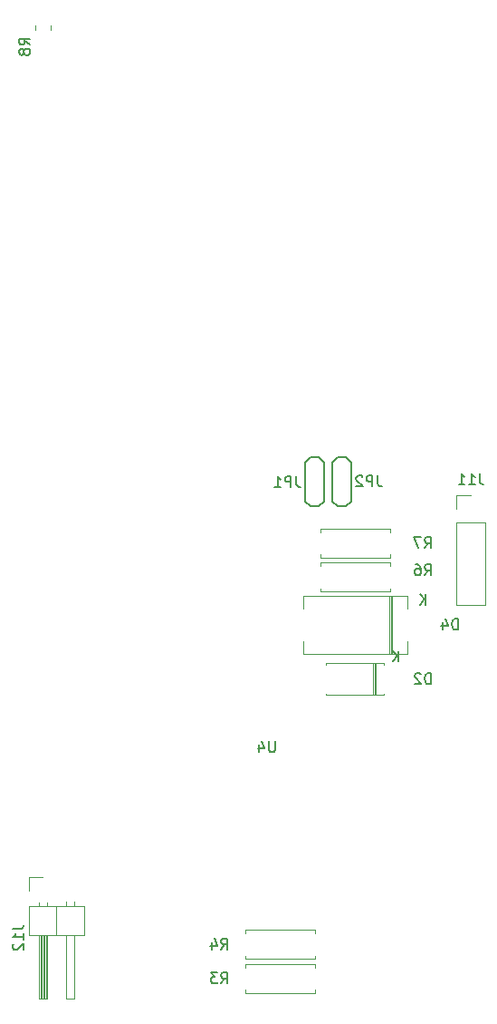
<source format=gbr>
%TF.GenerationSoftware,KiCad,Pcbnew,8.0.5*%
%TF.CreationDate,2024-11-18T20:03:28+01:00*%
%TF.ProjectId,esp32-e22,65737033-322d-4653-9232-2e6b69636164,V 2.1.2*%
%TF.SameCoordinates,Original*%
%TF.FileFunction,Legend,Bot*%
%TF.FilePolarity,Positive*%
%FSLAX46Y46*%
G04 Gerber Fmt 4.6, Leading zero omitted, Abs format (unit mm)*
G04 Created by KiCad (PCBNEW 8.0.5) date 2024-11-18 20:03:28*
%MOMM*%
%LPD*%
G01*
G04 APERTURE LIST*
%ADD10C,0.150000*%
%ADD11C,0.120000*%
G04 APERTURE END LIST*
D10*
X175998094Y-111579819D02*
X175998094Y-110579819D01*
X175998094Y-110579819D02*
X175759999Y-110579819D01*
X175759999Y-110579819D02*
X175617142Y-110627438D01*
X175617142Y-110627438D02*
X175521904Y-110722676D01*
X175521904Y-110722676D02*
X175474285Y-110817914D01*
X175474285Y-110817914D02*
X175426666Y-111008390D01*
X175426666Y-111008390D02*
X175426666Y-111151247D01*
X175426666Y-111151247D02*
X175474285Y-111341723D01*
X175474285Y-111341723D02*
X175521904Y-111436961D01*
X175521904Y-111436961D02*
X175617142Y-111532200D01*
X175617142Y-111532200D02*
X175759999Y-111579819D01*
X175759999Y-111579819D02*
X175998094Y-111579819D01*
X174569523Y-110913152D02*
X174569523Y-111579819D01*
X174807618Y-110532200D02*
X175045713Y-111246485D01*
X175045713Y-111246485D02*
X174426666Y-111246485D01*
X172981904Y-109279819D02*
X172981904Y-108279819D01*
X172410476Y-109279819D02*
X172839047Y-108708390D01*
X172410476Y-108279819D02*
X172981904Y-108851247D01*
X158876904Y-122009819D02*
X158876904Y-122819342D01*
X158876904Y-122819342D02*
X158829285Y-122914580D01*
X158829285Y-122914580D02*
X158781666Y-122962200D01*
X158781666Y-122962200D02*
X158686428Y-123009819D01*
X158686428Y-123009819D02*
X158495952Y-123009819D01*
X158495952Y-123009819D02*
X158400714Y-122962200D01*
X158400714Y-122962200D02*
X158353095Y-122914580D01*
X158353095Y-122914580D02*
X158305476Y-122819342D01*
X158305476Y-122819342D02*
X158305476Y-122009819D01*
X157400714Y-122343152D02*
X157400714Y-123009819D01*
X157638809Y-121962200D02*
X157876904Y-122676485D01*
X157876904Y-122676485D02*
X157257857Y-122676485D01*
X160853333Y-97274819D02*
X160853333Y-97989104D01*
X160853333Y-97989104D02*
X160900952Y-98131961D01*
X160900952Y-98131961D02*
X160996190Y-98227200D01*
X160996190Y-98227200D02*
X161139047Y-98274819D01*
X161139047Y-98274819D02*
X161234285Y-98274819D01*
X160377142Y-98274819D02*
X160377142Y-97274819D01*
X160377142Y-97274819D02*
X159996190Y-97274819D01*
X159996190Y-97274819D02*
X159900952Y-97322438D01*
X159900952Y-97322438D02*
X159853333Y-97370057D01*
X159853333Y-97370057D02*
X159805714Y-97465295D01*
X159805714Y-97465295D02*
X159805714Y-97608152D01*
X159805714Y-97608152D02*
X159853333Y-97703390D01*
X159853333Y-97703390D02*
X159900952Y-97751009D01*
X159900952Y-97751009D02*
X159996190Y-97798628D01*
X159996190Y-97798628D02*
X160377142Y-97798628D01*
X158853333Y-98274819D02*
X159424761Y-98274819D01*
X159139047Y-98274819D02*
X159139047Y-97274819D01*
X159139047Y-97274819D02*
X159234285Y-97417676D01*
X159234285Y-97417676D02*
X159329523Y-97512914D01*
X159329523Y-97512914D02*
X159424761Y-97560533D01*
X153836666Y-141424819D02*
X154169999Y-140948628D01*
X154408094Y-141424819D02*
X154408094Y-140424819D01*
X154408094Y-140424819D02*
X154027142Y-140424819D01*
X154027142Y-140424819D02*
X153931904Y-140472438D01*
X153931904Y-140472438D02*
X153884285Y-140520057D01*
X153884285Y-140520057D02*
X153836666Y-140615295D01*
X153836666Y-140615295D02*
X153836666Y-140758152D01*
X153836666Y-140758152D02*
X153884285Y-140853390D01*
X153884285Y-140853390D02*
X153931904Y-140901009D01*
X153931904Y-140901009D02*
X154027142Y-140948628D01*
X154027142Y-140948628D02*
X154408094Y-140948628D01*
X152979523Y-140758152D02*
X152979523Y-141424819D01*
X153217618Y-140377200D02*
X153455713Y-141091485D01*
X153455713Y-141091485D02*
X152836666Y-141091485D01*
X135964819Y-56983333D02*
X135488628Y-56650000D01*
X135964819Y-56411905D02*
X134964819Y-56411905D01*
X134964819Y-56411905D02*
X134964819Y-56792857D01*
X134964819Y-56792857D02*
X135012438Y-56888095D01*
X135012438Y-56888095D02*
X135060057Y-56935714D01*
X135060057Y-56935714D02*
X135155295Y-56983333D01*
X135155295Y-56983333D02*
X135298152Y-56983333D01*
X135298152Y-56983333D02*
X135393390Y-56935714D01*
X135393390Y-56935714D02*
X135441009Y-56888095D01*
X135441009Y-56888095D02*
X135488628Y-56792857D01*
X135488628Y-56792857D02*
X135488628Y-56411905D01*
X135393390Y-57554762D02*
X135345771Y-57459524D01*
X135345771Y-57459524D02*
X135298152Y-57411905D01*
X135298152Y-57411905D02*
X135202914Y-57364286D01*
X135202914Y-57364286D02*
X135155295Y-57364286D01*
X135155295Y-57364286D02*
X135060057Y-57411905D01*
X135060057Y-57411905D02*
X135012438Y-57459524D01*
X135012438Y-57459524D02*
X134964819Y-57554762D01*
X134964819Y-57554762D02*
X134964819Y-57745238D01*
X134964819Y-57745238D02*
X135012438Y-57840476D01*
X135012438Y-57840476D02*
X135060057Y-57888095D01*
X135060057Y-57888095D02*
X135155295Y-57935714D01*
X135155295Y-57935714D02*
X135202914Y-57935714D01*
X135202914Y-57935714D02*
X135298152Y-57888095D01*
X135298152Y-57888095D02*
X135345771Y-57840476D01*
X135345771Y-57840476D02*
X135393390Y-57745238D01*
X135393390Y-57745238D02*
X135393390Y-57554762D01*
X135393390Y-57554762D02*
X135441009Y-57459524D01*
X135441009Y-57459524D02*
X135488628Y-57411905D01*
X135488628Y-57411905D02*
X135583866Y-57364286D01*
X135583866Y-57364286D02*
X135774342Y-57364286D01*
X135774342Y-57364286D02*
X135869580Y-57411905D01*
X135869580Y-57411905D02*
X135917200Y-57459524D01*
X135917200Y-57459524D02*
X135964819Y-57554762D01*
X135964819Y-57554762D02*
X135964819Y-57745238D01*
X135964819Y-57745238D02*
X135917200Y-57840476D01*
X135917200Y-57840476D02*
X135869580Y-57888095D01*
X135869580Y-57888095D02*
X135774342Y-57935714D01*
X135774342Y-57935714D02*
X135583866Y-57935714D01*
X135583866Y-57935714D02*
X135488628Y-57888095D01*
X135488628Y-57888095D02*
X135441009Y-57840476D01*
X135441009Y-57840476D02*
X135393390Y-57745238D01*
X134344819Y-139535476D02*
X135059104Y-139535476D01*
X135059104Y-139535476D02*
X135201961Y-139487857D01*
X135201961Y-139487857D02*
X135297200Y-139392619D01*
X135297200Y-139392619D02*
X135344819Y-139249762D01*
X135344819Y-139249762D02*
X135344819Y-139154524D01*
X135344819Y-140535476D02*
X135344819Y-139964048D01*
X135344819Y-140249762D02*
X134344819Y-140249762D01*
X134344819Y-140249762D02*
X134487676Y-140154524D01*
X134487676Y-140154524D02*
X134582914Y-140059286D01*
X134582914Y-140059286D02*
X134630533Y-139964048D01*
X134440057Y-140916429D02*
X134392438Y-140964048D01*
X134392438Y-140964048D02*
X134344819Y-141059286D01*
X134344819Y-141059286D02*
X134344819Y-141297381D01*
X134344819Y-141297381D02*
X134392438Y-141392619D01*
X134392438Y-141392619D02*
X134440057Y-141440238D01*
X134440057Y-141440238D02*
X134535295Y-141487857D01*
X134535295Y-141487857D02*
X134630533Y-141487857D01*
X134630533Y-141487857D02*
X134773390Y-141440238D01*
X134773390Y-141440238D02*
X135344819Y-140868810D01*
X135344819Y-140868810D02*
X135344819Y-141487857D01*
X172886666Y-103959819D02*
X173219999Y-103483628D01*
X173458094Y-103959819D02*
X173458094Y-102959819D01*
X173458094Y-102959819D02*
X173077142Y-102959819D01*
X173077142Y-102959819D02*
X172981904Y-103007438D01*
X172981904Y-103007438D02*
X172934285Y-103055057D01*
X172934285Y-103055057D02*
X172886666Y-103150295D01*
X172886666Y-103150295D02*
X172886666Y-103293152D01*
X172886666Y-103293152D02*
X172934285Y-103388390D01*
X172934285Y-103388390D02*
X172981904Y-103436009D01*
X172981904Y-103436009D02*
X173077142Y-103483628D01*
X173077142Y-103483628D02*
X173458094Y-103483628D01*
X172553332Y-102959819D02*
X171886666Y-102959819D01*
X171886666Y-102959819D02*
X172315237Y-103959819D01*
X173458094Y-116659819D02*
X173458094Y-115659819D01*
X173458094Y-115659819D02*
X173219999Y-115659819D01*
X173219999Y-115659819D02*
X173077142Y-115707438D01*
X173077142Y-115707438D02*
X172981904Y-115802676D01*
X172981904Y-115802676D02*
X172934285Y-115897914D01*
X172934285Y-115897914D02*
X172886666Y-116088390D01*
X172886666Y-116088390D02*
X172886666Y-116231247D01*
X172886666Y-116231247D02*
X172934285Y-116421723D01*
X172934285Y-116421723D02*
X172981904Y-116516961D01*
X172981904Y-116516961D02*
X173077142Y-116612200D01*
X173077142Y-116612200D02*
X173219999Y-116659819D01*
X173219999Y-116659819D02*
X173458094Y-116659819D01*
X172505713Y-115755057D02*
X172458094Y-115707438D01*
X172458094Y-115707438D02*
X172362856Y-115659819D01*
X172362856Y-115659819D02*
X172124761Y-115659819D01*
X172124761Y-115659819D02*
X172029523Y-115707438D01*
X172029523Y-115707438D02*
X171981904Y-115755057D01*
X171981904Y-115755057D02*
X171934285Y-115850295D01*
X171934285Y-115850295D02*
X171934285Y-115945533D01*
X171934285Y-115945533D02*
X171981904Y-116088390D01*
X171981904Y-116088390D02*
X172553332Y-116659819D01*
X172553332Y-116659819D02*
X171934285Y-116659819D01*
X170441904Y-114559819D02*
X170441904Y-113559819D01*
X169870476Y-114559819D02*
X170299047Y-113988390D01*
X169870476Y-113559819D02*
X170441904Y-114131247D01*
X168473333Y-97214819D02*
X168473333Y-97929104D01*
X168473333Y-97929104D02*
X168520952Y-98071961D01*
X168520952Y-98071961D02*
X168616190Y-98167200D01*
X168616190Y-98167200D02*
X168759047Y-98214819D01*
X168759047Y-98214819D02*
X168854285Y-98214819D01*
X167997142Y-98214819D02*
X167997142Y-97214819D01*
X167997142Y-97214819D02*
X167616190Y-97214819D01*
X167616190Y-97214819D02*
X167520952Y-97262438D01*
X167520952Y-97262438D02*
X167473333Y-97310057D01*
X167473333Y-97310057D02*
X167425714Y-97405295D01*
X167425714Y-97405295D02*
X167425714Y-97548152D01*
X167425714Y-97548152D02*
X167473333Y-97643390D01*
X167473333Y-97643390D02*
X167520952Y-97691009D01*
X167520952Y-97691009D02*
X167616190Y-97738628D01*
X167616190Y-97738628D02*
X167997142Y-97738628D01*
X167044761Y-97310057D02*
X166997142Y-97262438D01*
X166997142Y-97262438D02*
X166901904Y-97214819D01*
X166901904Y-97214819D02*
X166663809Y-97214819D01*
X166663809Y-97214819D02*
X166568571Y-97262438D01*
X166568571Y-97262438D02*
X166520952Y-97310057D01*
X166520952Y-97310057D02*
X166473333Y-97405295D01*
X166473333Y-97405295D02*
X166473333Y-97500533D01*
X166473333Y-97500533D02*
X166520952Y-97643390D01*
X166520952Y-97643390D02*
X167092380Y-98214819D01*
X167092380Y-98214819D02*
X166473333Y-98214819D01*
X177999523Y-97024819D02*
X177999523Y-97739104D01*
X177999523Y-97739104D02*
X178047142Y-97881961D01*
X178047142Y-97881961D02*
X178142380Y-97977200D01*
X178142380Y-97977200D02*
X178285237Y-98024819D01*
X178285237Y-98024819D02*
X178380475Y-98024819D01*
X176999523Y-98024819D02*
X177570951Y-98024819D01*
X177285237Y-98024819D02*
X177285237Y-97024819D01*
X177285237Y-97024819D02*
X177380475Y-97167676D01*
X177380475Y-97167676D02*
X177475713Y-97262914D01*
X177475713Y-97262914D02*
X177570951Y-97310533D01*
X176047142Y-98024819D02*
X176618570Y-98024819D01*
X176332856Y-98024819D02*
X176332856Y-97024819D01*
X176332856Y-97024819D02*
X176428094Y-97167676D01*
X176428094Y-97167676D02*
X176523332Y-97262914D01*
X176523332Y-97262914D02*
X176618570Y-97310533D01*
X172886666Y-106499819D02*
X173219999Y-106023628D01*
X173458094Y-106499819D02*
X173458094Y-105499819D01*
X173458094Y-105499819D02*
X173077142Y-105499819D01*
X173077142Y-105499819D02*
X172981904Y-105547438D01*
X172981904Y-105547438D02*
X172934285Y-105595057D01*
X172934285Y-105595057D02*
X172886666Y-105690295D01*
X172886666Y-105690295D02*
X172886666Y-105833152D01*
X172886666Y-105833152D02*
X172934285Y-105928390D01*
X172934285Y-105928390D02*
X172981904Y-105976009D01*
X172981904Y-105976009D02*
X173077142Y-106023628D01*
X173077142Y-106023628D02*
X173458094Y-106023628D01*
X172029523Y-105499819D02*
X172219999Y-105499819D01*
X172219999Y-105499819D02*
X172315237Y-105547438D01*
X172315237Y-105547438D02*
X172362856Y-105595057D01*
X172362856Y-105595057D02*
X172458094Y-105737914D01*
X172458094Y-105737914D02*
X172505713Y-105928390D01*
X172505713Y-105928390D02*
X172505713Y-106309342D01*
X172505713Y-106309342D02*
X172458094Y-106404580D01*
X172458094Y-106404580D02*
X172410475Y-106452200D01*
X172410475Y-106452200D02*
X172315237Y-106499819D01*
X172315237Y-106499819D02*
X172124761Y-106499819D01*
X172124761Y-106499819D02*
X172029523Y-106452200D01*
X172029523Y-106452200D02*
X171981904Y-106404580D01*
X171981904Y-106404580D02*
X171934285Y-106309342D01*
X171934285Y-106309342D02*
X171934285Y-106071247D01*
X171934285Y-106071247D02*
X171981904Y-105976009D01*
X171981904Y-105976009D02*
X172029523Y-105928390D01*
X172029523Y-105928390D02*
X172124761Y-105880771D01*
X172124761Y-105880771D02*
X172315237Y-105880771D01*
X172315237Y-105880771D02*
X172410475Y-105928390D01*
X172410475Y-105928390D02*
X172458094Y-105976009D01*
X172458094Y-105976009D02*
X172505713Y-106071247D01*
X153836666Y-144599819D02*
X154169999Y-144123628D01*
X154408094Y-144599819D02*
X154408094Y-143599819D01*
X154408094Y-143599819D02*
X154027142Y-143599819D01*
X154027142Y-143599819D02*
X153931904Y-143647438D01*
X153931904Y-143647438D02*
X153884285Y-143695057D01*
X153884285Y-143695057D02*
X153836666Y-143790295D01*
X153836666Y-143790295D02*
X153836666Y-143933152D01*
X153836666Y-143933152D02*
X153884285Y-144028390D01*
X153884285Y-144028390D02*
X153931904Y-144076009D01*
X153931904Y-144076009D02*
X154027142Y-144123628D01*
X154027142Y-144123628D02*
X154408094Y-144123628D01*
X153503332Y-143599819D02*
X152884285Y-143599819D01*
X152884285Y-143599819D02*
X153217618Y-143980771D01*
X153217618Y-143980771D02*
X153074761Y-143980771D01*
X153074761Y-143980771D02*
X152979523Y-144028390D01*
X152979523Y-144028390D02*
X152931904Y-144076009D01*
X152931904Y-144076009D02*
X152884285Y-144171247D01*
X152884285Y-144171247D02*
X152884285Y-144409342D01*
X152884285Y-144409342D02*
X152931904Y-144504580D01*
X152931904Y-144504580D02*
X152979523Y-144552200D01*
X152979523Y-144552200D02*
X153074761Y-144599819D01*
X153074761Y-144599819D02*
X153360475Y-144599819D01*
X153360475Y-144599819D02*
X153455713Y-144552200D01*
X153455713Y-144552200D02*
X153503332Y-144504580D01*
D11*
%TO.C,D4*%
X161485000Y-108400000D02*
X171255000Y-108400000D01*
X161485000Y-109585000D02*
X161485000Y-108400000D01*
X161485000Y-112665000D02*
X161485000Y-113850000D01*
X161485000Y-113850000D02*
X171255000Y-113850000D01*
X169585500Y-113850000D02*
X169585500Y-108400000D01*
X169705500Y-113850000D02*
X169705500Y-108400000D01*
X169825500Y-113850000D02*
X169825500Y-108400000D01*
X171255000Y-108400000D02*
X171255000Y-109585000D01*
X171255000Y-113850000D02*
X171255000Y-112665000D01*
D10*
%TO.C,JP1*%
X161660000Y-95990000D02*
X162160000Y-95490000D01*
X161660000Y-99590000D02*
X161660000Y-95990000D01*
X162160000Y-95490000D02*
X162960000Y-95490000D01*
X162160000Y-100090000D02*
X161660000Y-99590000D01*
X162960000Y-95490000D02*
X163460000Y-95990000D01*
X162960000Y-100090000D02*
X162160000Y-100090000D01*
X163460000Y-95990000D02*
X163460000Y-99590000D01*
X163460000Y-99590000D02*
X162960000Y-100090000D01*
D11*
%TO.C,R4*%
X156115000Y-139600000D02*
X156115000Y-139930000D01*
X156115000Y-142340000D02*
X156115000Y-142010000D01*
X162655000Y-139600000D02*
X156115000Y-139600000D01*
X162655000Y-139930000D02*
X162655000Y-139600000D01*
X162655000Y-142010000D02*
X162655000Y-142340000D01*
X162655000Y-142340000D02*
X156115000Y-142340000D01*
%TO.C,R8*%
X136425000Y-55599064D02*
X136425000Y-55144936D01*
X137895000Y-55599064D02*
X137895000Y-55144936D01*
%TO.C,J12*%
X135830000Y-137400000D02*
X135830000Y-140060000D01*
X135830000Y-140060000D02*
X141030000Y-140060000D01*
X135890000Y-134690000D02*
X137160000Y-134690000D01*
X135890000Y-135960000D02*
X135890000Y-134690000D01*
X136780000Y-137400000D02*
X136780000Y-137070000D01*
X136780000Y-146060000D02*
X136780000Y-140060000D01*
X136840000Y-146060000D02*
X136840000Y-140060000D01*
X136960000Y-146060000D02*
X136960000Y-140060000D01*
X137080000Y-146060000D02*
X137080000Y-140060000D01*
X137200000Y-146060000D02*
X137200000Y-140060000D01*
X137320000Y-146060000D02*
X137320000Y-140060000D01*
X137440000Y-146060000D02*
X137440000Y-140060000D01*
X137540000Y-137400000D02*
X137540000Y-137070000D01*
X137540000Y-140060000D02*
X137540000Y-146060000D01*
X137540000Y-146060000D02*
X136780000Y-146060000D01*
X138430000Y-140060000D02*
X138430000Y-137400000D01*
X139320000Y-137400000D02*
X139320000Y-137002929D01*
X139320000Y-146060000D02*
X139320000Y-140060000D01*
X140080000Y-137400000D02*
X140080000Y-137002929D01*
X140080000Y-140060000D02*
X140080000Y-146060000D01*
X140080000Y-146060000D02*
X139320000Y-146060000D01*
X141030000Y-137400000D02*
X135830000Y-137400000D01*
X141030000Y-140060000D02*
X141030000Y-137400000D01*
%TO.C,R7*%
X163100000Y-102135000D02*
X163100000Y-102465000D01*
X163100000Y-104875000D02*
X163100000Y-104545000D01*
X169640000Y-102135000D02*
X163100000Y-102135000D01*
X169640000Y-102465000D02*
X169640000Y-102135000D01*
X169640000Y-104545000D02*
X169640000Y-104875000D01*
X169640000Y-104875000D02*
X163100000Y-104875000D01*
%TO.C,D2*%
X163650000Y-114735000D02*
X169090000Y-114735000D01*
X163650000Y-114865000D02*
X163650000Y-114735000D01*
X163650000Y-117545000D02*
X163650000Y-117675000D01*
X163650000Y-117675000D02*
X169090000Y-117675000D01*
X168070000Y-117675000D02*
X168070000Y-114735000D01*
X168190000Y-117675000D02*
X168190000Y-114735000D01*
X168310000Y-117675000D02*
X168310000Y-114735000D01*
X169090000Y-114735000D02*
X169090000Y-114865000D01*
X169090000Y-117675000D02*
X169090000Y-117545000D01*
D10*
%TO.C,JP2*%
X164200000Y-95990000D02*
X164700000Y-95490000D01*
X164200000Y-99590000D02*
X164200000Y-95990000D01*
X164700000Y-95490000D02*
X165500000Y-95490000D01*
X164700000Y-100090000D02*
X164200000Y-99590000D01*
X165500000Y-95490000D02*
X166000000Y-95990000D01*
X165500000Y-100090000D02*
X164700000Y-100090000D01*
X166000000Y-95990000D02*
X166000000Y-99590000D01*
X166000000Y-99590000D02*
X165500000Y-100090000D01*
D11*
%TO.C,J11*%
X175860000Y-99010000D02*
X177190000Y-99010000D01*
X175860000Y-100340000D02*
X175860000Y-99010000D01*
X175860000Y-101610000D02*
X178520000Y-101610000D01*
X175860000Y-109290000D02*
X175860000Y-101610000D01*
X175860000Y-109290000D02*
X178520000Y-109290000D01*
X178520000Y-109290000D02*
X178520000Y-101610000D01*
%TO.C,R6*%
X163100000Y-105310000D02*
X163100000Y-105640000D01*
X163100000Y-108050000D02*
X163100000Y-107720000D01*
X169640000Y-105310000D02*
X163100000Y-105310000D01*
X169640000Y-105640000D02*
X169640000Y-105310000D01*
X169640000Y-107720000D02*
X169640000Y-108050000D01*
X169640000Y-108050000D02*
X163100000Y-108050000D01*
%TO.C,R3*%
X156115000Y-142775000D02*
X156115000Y-143105000D01*
X156115000Y-145515000D02*
X156115000Y-145185000D01*
X162655000Y-142775000D02*
X156115000Y-142775000D01*
X162655000Y-143105000D02*
X162655000Y-142775000D01*
X162655000Y-145185000D02*
X162655000Y-145515000D01*
X162655000Y-145515000D02*
X156115000Y-145515000D01*
%TD*%
M02*

</source>
